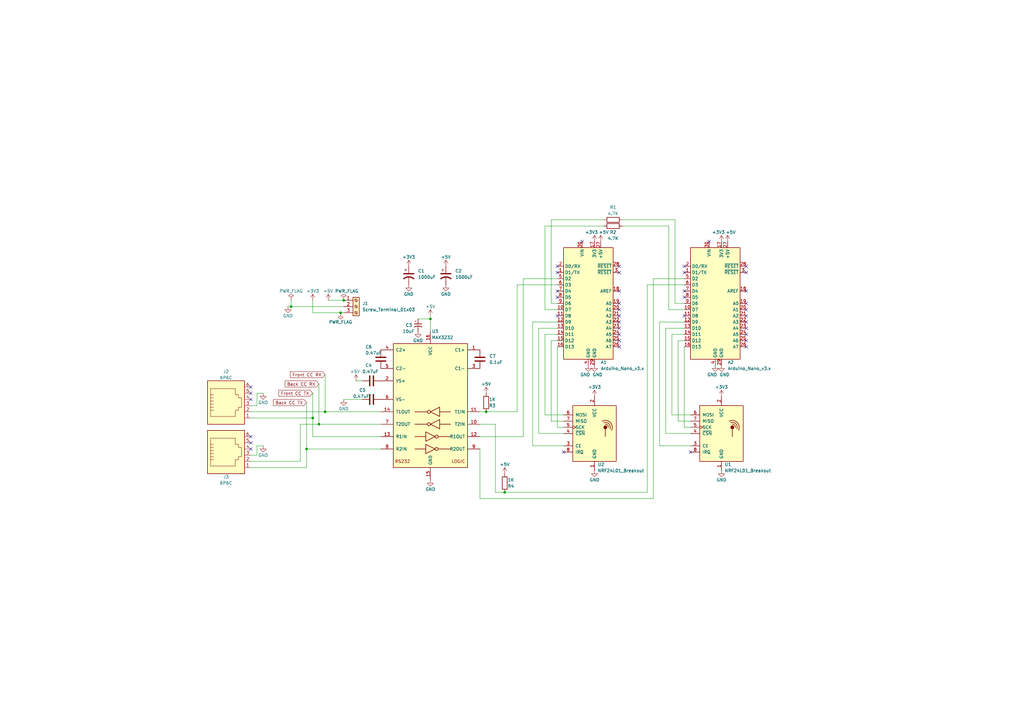
<source format=kicad_sch>
(kicad_sch (version 20211123) (generator eeschema)
  (paper "A3")
  (title_block (rev "1.1"))
  (lib_symbols
    (symbol "Connector:6P6C" (pin_names (offset 1.016))
      (property "Reference" "J" (at -5.08 11.43 0))
      (property "Value" "6P6C" (at 2.54 11.43 0))
      (symbol "6P6C_0_1"
        (polyline (pts (xy -6.35 -1.905) (xy -5.08 -1.905) (xy -5.08 -1.905)))
        (polyline (pts (xy -6.35 -0.635) (xy -5.08 -0.635) (xy -5.08 -0.635)))
        (polyline (pts (xy -6.35 0.635) (xy -5.08 0.635) (xy -5.08 0.635)))
        (polyline (pts (xy -6.35 1.905) (xy -5.08 1.905) (xy -5.08 1.905)))
        (polyline (pts (xy -6.35 3.175) (xy -5.08 3.175) (xy -5.08 3.175)))
        (polyline (pts (xy -5.08 4.445) (xy -6.35 4.445) (xy -6.35 4.445)))
        (polyline (pts (xy -6.35 -4.445) (xy -6.35 6.985) (xy 3.81 6.985) (xy 3.81 4.445) (xy 5.08 4.445) (xy 5.08 3.175) (xy 6.35 3.175) (xy 6.35 -0.635) (xy 5.08 -0.635) (xy 5.08 -1.905) (xy 3.81 -1.905) (xy 3.81 -4.445) (xy -6.35 -4.445) (xy -6.35 -4.445)))
        (rectangle (start 7.62 10.16) (end -7.62 -7.62) (stroke (width 0.254)) (fill (type background)))
      )
      (symbol "6P6C_1_1"
        (pin passive line (at 10.16 -5.08 180) (length 2.54) (name "~") (number "1"))
        (pin passive line (at 10.16 -2.54 180) (length 2.54) (name "~") (number "2"))
        (pin passive line (at 10.16 0 180) (length 2.54) (name "~") (number "3"))
        (pin passive line (at 10.16 2.54 180) (length 2.54) (name "~") (number "4"))
        (pin passive line (at 10.16 5.08 180) (length 2.54) (name "~") (number "5"))
        (pin passive line (at 10.16 7.62 180) (length 2.54) (name "~") (number "6"))
      )
    )
    (symbol "Connector:Screw_Terminal_01x03" (pin_names (offset 1.016) hide)
      (property "Reference" "J" (at 0 5.08 0))
      (property "Value" "Screw_Terminal_01x03" (at 0 -5.08 0))
      (symbol "Screw_Terminal_01x03_1_1"
        (rectangle (start -1.27 3.81) (end 1.27 -3.81) (stroke (width 0.254)) (fill (type background)))
        (circle (center 0 -2.54) (radius 0.635) (stroke (width 0.1524)))
        (polyline (pts (xy -0.5334 -2.2098) (xy 0.3302 -3.048)) (stroke (width 0.1524)))
        (polyline (pts (xy -0.5334 0.3302) (xy 0.3302 -0.508)) (stroke (width 0.1524)))
        (polyline (pts (xy -0.5334 2.8702) (xy 0.3302 2.032)) (stroke (width 0.1524)))
        (polyline (pts (xy -0.3556 -2.032) (xy 0.508 -2.8702)) (stroke (width 0.1524)))
        (polyline (pts (xy -0.3556 0.508) (xy 0.508 -0.3302)) (stroke (width 0.1524)))
        (polyline (pts (xy -0.3556 3.048) (xy 0.508 2.2098)) (stroke (width 0.1524)))
        (circle (center 0 0) (radius 0.635) (stroke (width 0.1524)))
        (circle (center 0 2.54) (radius 0.635) (stroke (width 0.1524)))
        (pin passive line (at -5.08 2.54 0) (length 3.81) (name "Pin_1") (number "1"))
        (pin passive line (at -5.08 0 0) (length 3.81) (name "Pin_2") (number "2"))
        (pin passive line (at -5.08 -2.54 0) (length 3.81) (name "Pin_3") (number "3"))
      )
    )
    (symbol "Device:C" (pin_numbers hide) (pin_names (offset 0.254))
      (property "Reference" "C" (at 0.635 2.54 0))
      (property "Value" "C" (at 0.635 -2.54 0))
      (symbol "C_0_1"
        (polyline (pts (xy -2.032 -0.762) (xy 2.032 -0.762)) (stroke (width 0.508)))
        (polyline (pts (xy -2.032 0.762) (xy 2.032 0.762)) (stroke (width 0.508)))
      )
      (symbol "C_1_1"
        (pin passive line (at 0 3.81 270) (length 2.794) (name "~") (number "1"))
        (pin passive line (at 0 -3.81 90) (length 2.794) (name "~") (number "2"))
      )
    )
    (symbol "Device:C_Polarized_Small_US" (pin_numbers hide) (pin_names (offset 0.254) hide)
      (property "Reference" "C" (at 0.254 1.778 0))
      (property "Value" "C_Polarized_Small_US" (at 0.254 -2.032 0))
      (symbol "C_Polarized_Small_US_0_1"
        (polyline (pts (xy -1.524 0.508) (xy 1.524 0.508)) (stroke (width 0.3048)))
        (polyline (pts (xy -1.27 1.524) (xy -0.762 1.524)))
        (polyline (pts (xy -1.016 1.27) (xy -1.016 1.778)))
        (arc (start 1.524 -0.762) (mid 0 -0.3734) (end -1.524 -0.762) (stroke (width 0.3048)))
      )
      (symbol "C_Polarized_Small_US_1_1"
        (pin passive line (at 0 2.54 270) (length 2.032) (name "~") (number "1"))
        (pin passive line (at 0 -2.54 90) (length 2.032) (name "~") (number "2"))
      )
    )
    (symbol "Device:C_Polarized_US" (pin_numbers hide) (pin_names (offset 0.254) hide)
      (property "Reference" "C" (at 0.635 2.54 0))
      (property "Value" "C_Polarized_US" (at 0.635 -2.54 0))
      (symbol "C_Polarized_US_0_1"
        (polyline (pts (xy -2.032 0.762) (xy 2.032 0.762)) (stroke (width 0.508)))
        (polyline (pts (xy -1.778 2.286) (xy -0.762 2.286)))
        (polyline (pts (xy -1.27 1.778) (xy -1.27 2.794)))
        (arc (start 2.032 -1.27) (mid 0 -0.5572) (end -2.032 -1.27) (stroke (width 0.508)))
      )
      (symbol "C_Polarized_US_1_1"
        (pin passive line (at 0 3.81 270) (length 2.794) (name "~") (number "1"))
        (pin passive line (at 0 -3.81 90) (length 3.302) (name "~") (number "2"))
      )
    )
    (symbol "Device:R" (pin_numbers hide) (pin_names (offset 0))
      (property "Reference" "R" (at 2.032 0 90))
      (property "Value" "R" (at 0 0 90))
      (symbol "R_0_1"
        (rectangle (start -1.016 -2.54) (end 1.016 2.54) (stroke (width 0.254)))
      )
      (symbol "R_1_1"
        (pin passive line (at 0 3.81 270) (length 1.27) (name "~") (number "1"))
        (pin passive line (at 0 -3.81 90) (length 1.27) (name "~") (number "2"))
      )
    )
    (symbol "Interface_UART:MAX3232" (pin_names (offset 1.016))
      (property "Reference" "U" (at -2.54 28.575 0))
      (property "Value" "MAX3232" (at -2.54 26.67 0))
      (symbol "MAX3232_0_0"
        (text "LOGIC" (at -11.43 -22.86 0) (effects (font (size 1.27 1.27))))
        (text "RS232" (at 11.43 -22.86 0) (effects (font (size 1.27 1.27))))
      )
      (symbol "MAX3232_0_1"
        (rectangle (start -15.24 -25.4) (end 15.24 25.4) (stroke (width 0.254)) (fill (type background)))
        (circle (center -2.54 -17.78) (radius 0.635) (stroke (width 0.254)))
        (circle (center -2.54 -12.7) (radius 0.635) (stroke (width 0.254)))
        (polyline (pts (xy -3.81 -7.62) (xy -8.255 -7.62)) (stroke (width 0.254)))
        (polyline (pts (xy -3.81 -2.54) (xy -8.255 -2.54)) (stroke (width 0.254)))
        (polyline (pts (xy -3.175 -17.78) (xy -8.255 -17.78)) (stroke (width 0.254)))
        (polyline (pts (xy -3.175 -12.7) (xy -8.255 -12.7)) (stroke (width 0.254)))
        (polyline (pts (xy 1.27 -7.62) (xy 6.35 -7.62)) (stroke (width 0.254)))
        (polyline (pts (xy 1.27 -2.54) (xy 6.35 -2.54)) (stroke (width 0.254)))
        (polyline (pts (xy 1.905 -17.78) (xy 6.35 -17.78)) (stroke (width 0.254)))
        (polyline (pts (xy 1.905 -12.7) (xy 6.35 -12.7)) (stroke (width 0.254)))
        (polyline (pts (xy -3.81 -5.715) (xy -3.81 -9.525) (xy 0 -7.62) (xy -3.81 -5.715)) (stroke (width 0.254)))
        (polyline (pts (xy -3.81 -0.635) (xy -3.81 -4.445) (xy 0 -2.54) (xy -3.81 -0.635)) (stroke (width 0.254)))
        (polyline (pts (xy 1.905 -15.875) (xy 1.905 -19.685) (xy -1.905 -17.78) (xy 1.905 -15.875)) (stroke (width 0.254)))
        (polyline (pts (xy 1.905 -10.795) (xy 1.905 -14.605) (xy -1.905 -12.7) (xy 1.905 -10.795)) (stroke (width 0.254)))
        (circle (center 0.635 -7.62) (radius 0.635) (stroke (width 0.254)))
        (circle (center 0.635 -2.54) (radius 0.635) (stroke (width 0.254)))
      )
      (symbol "MAX3232_1_1"
        (pin passive line (at -20.32 22.86 0) (length 5.08) (name "C1+") (number "1"))
        (pin input line (at -20.32 -7.62 0) (length 5.08) (name "T2IN") (number "10"))
        (pin input line (at -20.32 -2.54 0) (length 5.08) (name "T1IN") (number "11"))
        (pin output line (at -20.32 -12.7 0) (length 5.08) (name "R1OUT") (number "12"))
        (pin input line (at 20.32 -12.7 180) (length 5.08) (name "R1IN") (number "13"))
        (pin output line (at 20.32 -2.54 180) (length 5.08) (name "T1OUT") (number "14"))
        (pin power_in line (at 0 -30.48 90) (length 5.08) (name "GND") (number "15"))
        (pin power_in line (at 0 30.48 270) (length 5.08) (name "VCC") (number "16"))
        (pin power_out line (at 20.32 10.16 180) (length 5.08) (name "VS+") (number "2"))
        (pin passive line (at -20.32 15.24 0) (length 5.08) (name "C1-") (number "3"))
        (pin passive line (at 20.32 22.86 180) (length 5.08) (name "C2+") (number "4"))
        (pin passive line (at 20.32 15.24 180) (length 5.08) (name "C2-") (number "5"))
        (pin power_out line (at 20.32 2.54 180) (length 5.08) (name "VS-") (number "6"))
        (pin output line (at 20.32 -7.62 180) (length 5.08) (name "T2OUT") (number "7"))
        (pin input line (at 20.32 -17.78 180) (length 5.08) (name "R2IN") (number "8"))
        (pin output line (at -20.32 -17.78 0) (length 5.08) (name "R2OUT") (number "9"))
      )
    )
    (symbol "MCU_Module:Arduino_Nano_v3.x"
      (property "Reference" "A" (at -10.16 23.495 0))
      (property "Value" "Arduino_Nano_v3.x" (at 5.08 -24.13 0))
      (symbol "Arduino_Nano_v3.x_0_1"
        (rectangle (start -10.16 22.86) (end 10.16 -22.86) (stroke (width 0.254)) (fill (type background)))
      )
      (symbol "Arduino_Nano_v3.x_1_1"
        (pin bidirectional line (at -12.7 12.7 0) (length 2.54) (name "D1/TX") (number "1"))
        (pin bidirectional line (at -12.7 -2.54 0) (length 2.54) (name "D7") (number "10"))
        (pin bidirectional line (at -12.7 -5.08 0) (length 2.54) (name "D8") (number "11"))
        (pin bidirectional line (at -12.7 -7.62 0) (length 2.54) (name "D9") (number "12"))
        (pin bidirectional line (at -12.7 -10.16 0) (length 2.54) (name "D10") (number "13"))
        (pin bidirectional line (at -12.7 -12.7 0) (length 2.54) (name "D11") (number "14"))
        (pin bidirectional line (at -12.7 -15.24 0) (length 2.54) (name "D12") (number "15"))
        (pin bidirectional line (at -12.7 -17.78 0) (length 2.54) (name "D13") (number "16"))
        (pin power_out line (at 2.54 25.4 270) (length 2.54) (name "3V3") (number "17"))
        (pin input line (at 12.7 5.08 180) (length 2.54) (name "AREF") (number "18"))
        (pin bidirectional line (at 12.7 0 180) (length 2.54) (name "A0") (number "19"))
        (pin bidirectional line (at -12.7 15.24 0) (length 2.54) (name "D0/RX") (number "2"))
        (pin bidirectional line (at 12.7 -2.54 180) (length 2.54) (name "A1") (number "20"))
        (pin bidirectional line (at 12.7 -5.08 180) (length 2.54) (name "A2") (number "21"))
        (pin bidirectional line (at 12.7 -7.62 180) (length 2.54) (name "A3") (number "22"))
        (pin bidirectional line (at 12.7 -10.16 180) (length 2.54) (name "A4") (number "23"))
        (pin bidirectional line (at 12.7 -12.7 180) (length 2.54) (name "A5") (number "24"))
        (pin bidirectional line (at 12.7 -15.24 180) (length 2.54) (name "A6") (number "25"))
        (pin bidirectional line (at 12.7 -17.78 180) (length 2.54) (name "A7") (number "26"))
        (pin power_out line (at 5.08 25.4 270) (length 2.54) (name "+5V") (number "27"))
        (pin input line (at 12.7 15.24 180) (length 2.54) (name "~{RESET}") (number "28"))
        (pin power_in line (at 2.54 -25.4 90) (length 2.54) (name "GND") (number "29"))
        (pin input line (at 12.7 12.7 180) (length 2.54) (name "~{RESET}") (number "3"))
        (pin power_in line (at -2.54 25.4 270) (length 2.54) (name "VIN") (number "30"))
        (pin power_in line (at 0 -25.4 90) (length 2.54) (name "GND") (number "4"))
        (pin bidirectional line (at -12.7 10.16 0) (length 2.54) (name "D2") (number "5"))
        (pin bidirectional line (at -12.7 7.62 0) (length 2.54) (name "D3") (number "6"))
        (pin bidirectional line (at -12.7 5.08 0) (length 2.54) (name "D4") (number "7"))
        (pin bidirectional line (at -12.7 2.54 0) (length 2.54) (name "D5") (number "8"))
        (pin bidirectional line (at -12.7 0 0) (length 2.54) (name "D6") (number "9"))
      )
    )
    (symbol "RF:NRF24L01_Breakout" (pin_names (offset 1.016))
      (property "Reference" "U" (at -8.89 12.7 0))
      (property "Value" "NRF24L01_Breakout" (at 3.81 12.7 0))
      (symbol "NRF24L01_Breakout_0_1"
        (rectangle (start -8.89 11.43) (end 8.89 -11.43) (stroke (width 0.254)) (fill (type background)))
        (polyline (pts (xy 4.445 1.905) (xy 4.445 -1.27)) (stroke (width 0.254)))
        (circle (center 4.445 2.54) (radius 0.635) (stroke (width 0.254)) (fill (type outline)))
        (arc (start 5.715 2.54) (mid 5.3559 3.4509) (end 4.445 3.81) (stroke (width 0.254)))
        (arc (start 6.35 1.905) (mid 5.8833 3.9783) (end 3.81 4.445) (stroke (width 0.254)))
        (arc (start 6.985 1.27) (mid 6.453 4.548) (end 3.175 5.08) (stroke (width 0.254)))
      )
      (symbol "NRF24L01_Breakout_1_1"
        (pin power_in line (at 0 -15.24 90) (length 3.81) (name "GND") (number "1"))
        (pin power_in line (at 0 15.24 270) (length 3.81) (name "VCC") (number "2"))
        (pin input line (at -12.7 -5.08 0) (length 3.81) (name "CE") (number "3"))
        (pin input line (at -12.7 0 0) (length 3.81) (name "~{CSN}") (number "4"))
        (pin input clock (at -12.7 2.54 0) (length 3.81) (name "SCK") (number "5"))
        (pin input line (at -12.7 7.62 0) (length 3.81) (name "MOSI") (number "6"))
        (pin output line (at -12.7 5.08 0) (length 3.81) (name "MISO") (number "7"))
        (pin output line (at -12.7 -7.62 0) (length 3.81) (name "IRQ") (number "8"))
      )
    )
    (symbol "power:+3.3V" (power) (pin_names (offset 0))
      (property "Value" "+3.3V" (at 0 3.556 0))
      (symbol "+3.3V_0_1"
        (polyline (pts (xy -0.762 1.27) (xy 0 2.54)))
        (polyline (pts (xy 0 0) (xy 0 2.54)))
        (polyline (pts (xy 0 2.54) (xy 0.762 1.27)))
      )
      (symbol "+3.3V_1_1"
        (pin power_in line (at 0 0 90) (length 0) hide (name "+3V3") (number "1"))
      )
    )
    (symbol "power:+5V" (power) (pin_names (offset 0))
      (property "Value" "+5V" (at 0 3.556 0))
      (symbol "+5V_0_1"
        (polyline (pts (xy -0.762 1.27) (xy 0 2.54)))
        (polyline (pts (xy 0 0) (xy 0 2.54)))
        (polyline (pts (xy 0 2.54) (xy 0.762 1.27)))
      )
      (symbol "+5V_1_1"
        (pin power_in line (at 0 0 90) (length 0) hide (name "+5V") (number "1"))
      )
    )
    (symbol "power:GND" (power) (pin_names (offset 0))
      (property "Value" "GND" (at 0 -3.81 0))
      (symbol "GND_0_1"
        (polyline (pts (xy 0 0) (xy 0 -1.27) (xy 1.27 -1.27) (xy 0 -2.54) (xy -1.27 -1.27) (xy 0 -1.27)))
      )
      (symbol "GND_1_1"
        (pin power_in line (at 0 0 270) (length 0) hide (name "GND") (number "1"))
      )
    )
    (symbol "power:PWR_FLAG" (power) (pin_numbers hide) (pin_names (offset 0) hide)
      (property "Value" "PWR_FLAG" (at 0 3.81 0))
      (symbol "PWR_FLAG_0_0"
        (pin power_out line (at 0 0 90) (length 0) (name "pwr") (number "1"))
      )
      (symbol "PWR_FLAG_0_1"
        (polyline (pts (xy 0 0) (xy 0 1.27) (xy -1.016 1.905) (xy 0 2.54) (xy 1.016 1.905) (xy 0 1.27)))
      )
    )
  )
  (junction (at 207.01 201.93))
  (junction (at 139.7 128.27))
  (junction (at 125.73 184.15))
  (junction (at 176.53 130.81))
  (junction (at 199.39 168.91))
  (junction (at 133.35 168.91))
  (junction (at 119.38 125.73))
  (junction (at 128.27 171.45))
  (junction (at 140.97 123.19))
  (junction (at 130.81 173.99))
  (no_connect (at 238.76 99.06))
  (no_connect (at 231.14 185.42))
  (no_connect (at 283.21 185.42))
  (no_connect (at 102.87 158.75))
  (no_connect (at 102.87 163.83))
  (no_connect (at 102.87 161.29))
  (no_connect (at 102.87 184.15))
  (no_connect (at 102.87 179.07))
  (no_connect (at 102.87 181.61))
  (no_connect (at 290.83 99.06))
  (no_connect (at 254 142.24))
  (no_connect (at 254 137.16))
  (no_connect (at 254 139.7))
  (no_connect (at 228.6 129.54))
  (no_connect (at 280.67 109.22))
  (no_connect (at 306.07 134.62))
  (no_connect (at 306.07 142.24))
  (no_connect (at 306.07 139.7))
  (no_connect (at 306.07 137.16))
  (no_connect (at 306.07 132.08))
  (no_connect (at 306.07 129.54))
  (no_connect (at 306.07 127))
  (no_connect (at 306.07 124.46))
  (no_connect (at 306.07 119.38))
  (no_connect (at 306.07 109.22))
  (no_connect (at 306.07 111.76))
  (no_connect (at 280.67 111.76))
  (no_connect (at 280.67 119.38))
  (no_connect (at 280.67 121.92))
  (no_connect (at 280.67 129.54))
  (no_connect (at 228.6 119.38))
  (no_connect (at 228.6 121.92))
  (no_connect (at 228.6 111.76))
  (no_connect (at 228.6 109.22))
  (no_connect (at 254 132.08))
  (no_connect (at 254 134.62))
  (no_connect (at 254 127))
  (no_connect (at 254 129.54))
  (no_connect (at 254 119.38))
  (no_connect (at 254 124.46))
  (no_connect (at 254 109.22))
  (no_connect (at 254 111.76))
  (wire (pts (xy 223.52 92.71) (xy 223.52 127)))
  (wire (pts (xy 214.63 114.3) (xy 214.63 179.07)))
  (wire (pts (xy 275.59 137.16) (xy 280.67 137.16)))
  (wire (pts (xy 128.27 128.27) (xy 139.7 128.27)))
  (wire (pts (xy 207.01 201.93) (xy 265.43 201.93)))
  (wire (pts (xy 270.51 132.08) (xy 270.51 182.88)))
  (wire (pts (xy 123.19 173.99) (xy 130.81 173.99)))
  (wire (pts (xy 247.65 90.17) (xy 226.06 90.17)))
  (wire (pts (xy 223.52 170.18) (xy 223.52 137.16)))
  (wire (pts (xy 280.67 124.46) (xy 276.86 124.46)))
  (wire (pts (xy 276.86 124.46) (xy 276.86 90.17)))
  (wire (pts (xy 102.87 171.45) (xy 128.27 171.45)))
  (wire (pts (xy 280.67 132.08) (xy 270.51 132.08)))
  (wire (pts (xy 231.14 170.18) (xy 223.52 170.18)))
  (wire (pts (xy 220.98 177.8) (xy 231.14 177.8)))
  (wire (pts (xy 102.87 166.37) (xy 105.41 166.37)))
  (wire (pts (xy 102.87 186.69) (xy 105.41 186.69)))
  (wire (pts (xy 119.38 125.73) (xy 140.97 125.73)))
  (wire (pts (xy 275.59 170.18) (xy 275.59 137.16)))
  (wire (pts (xy 212.09 116.84) (xy 228.6 116.84)))
  (wire (pts (xy 130.81 173.99) (xy 156.21 173.99)))
  (wire (pts (xy 196.85 173.99) (xy 203.2 173.99)))
  (wire (pts (xy 267.97 114.3) (xy 280.67 114.3)))
  (wire (pts (xy 102.87 168.91) (xy 133.35 168.91)))
  (wire (pts (xy 270.51 182.88) (xy 283.21 182.88)))
  (wire (pts (xy 226.06 124.46) (xy 228.6 124.46)))
  (wire (pts (xy 176.53 130.81) (xy 176.53 135.89)))
  (wire (pts (xy 212.09 168.91) (xy 199.39 168.91)))
  (wire (pts (xy 128.27 161.29) (xy 128.27 171.45)))
  (wire (pts (xy 118.11 125.73) (xy 119.38 125.73)))
  (wire (pts (xy 218.44 182.88) (xy 231.14 182.88)))
  (wire (pts (xy 146.05 156.21) (xy 148.59 156.21)))
  (wire (pts (xy 273.05 134.62) (xy 273.05 177.8)))
  (wire (pts (xy 128.27 179.07) (xy 156.21 179.07)))
  (wire (pts (xy 218.44 132.08) (xy 218.44 182.88)))
  (wire (pts (xy 274.32 92.71) (xy 255.27 92.71)))
  (wire (pts (xy 228.6 142.24) (xy 228.6 175.26)))
  (wire (pts (xy 105.41 182.88) (xy 107.95 182.88)))
  (wire (pts (xy 105.41 161.29) (xy 107.95 161.29)))
  (wire (pts (xy 125.73 191.77) (xy 125.73 184.15)))
  (wire (pts (xy 212.09 116.84) (xy 212.09 168.91)))
  (wire (pts (xy 133.35 168.91) (xy 156.21 168.91)))
  (wire (pts (xy 214.63 179.07) (xy 196.85 179.07)))
  (wire (pts (xy 278.13 172.72) (xy 278.13 139.7)))
  (wire (pts (xy 280.67 134.62) (xy 273.05 134.62)))
  (wire (pts (xy 171.45 130.81) (xy 176.53 130.81)))
  (wire (pts (xy 203.2 173.99) (xy 203.2 201.93)))
  (wire (pts (xy 203.2 201.93) (xy 207.01 201.93)))
  (wire (pts (xy 123.19 189.23) (xy 123.19 173.99)))
  (wire (pts (xy 231.14 175.26) (xy 228.6 175.26)))
  (wire (pts (xy 128.27 171.45) (xy 128.27 179.07)))
  (wire (pts (xy 220.98 134.62) (xy 220.98 177.8)))
  (wire (pts (xy 228.6 134.62) (xy 220.98 134.62)))
  (wire (pts (xy 280.67 127) (xy 274.32 127)))
  (wire (pts (xy 102.87 191.77) (xy 125.73 191.77)))
  (wire (pts (xy 276.86 90.17) (xy 255.27 90.17)))
  (wire (pts (xy 226.06 172.72) (xy 226.06 139.7)))
  (wire (pts (xy 226.06 90.17) (xy 226.06 124.46)))
  (wire (pts (xy 267.97 114.3) (xy 267.97 204.47)))
  (wire (pts (xy 102.87 189.23) (xy 123.19 189.23)))
  (wire (pts (xy 265.43 116.84) (xy 265.43 201.93)))
  (wire (pts (xy 119.38 123.19) (xy 119.38 125.73)))
  (wire (pts (xy 226.06 139.7) (xy 228.6 139.7)))
  (wire (pts (xy 283.21 172.72) (xy 278.13 172.72)))
  (wire (pts (xy 280.67 142.24) (xy 280.67 175.26)))
  (wire (pts (xy 228.6 132.08) (xy 218.44 132.08)))
  (wire (pts (xy 128.27 128.27) (xy 128.27 123.19)))
  (wire (pts (xy 176.53 129.54) (xy 176.53 130.81)))
  (wire (pts (xy 105.41 166.37) (xy 105.41 161.29)))
  (wire (pts (xy 140.97 163.83) (xy 148.59 163.83)))
  (wire (pts (xy 196.85 204.47) (xy 196.85 184.15)))
  (wire (pts (xy 125.73 184.15) (xy 156.21 184.15)))
  (wire (pts (xy 223.52 137.16) (xy 228.6 137.16)))
  (wire (pts (xy 283.21 175.26) (xy 280.67 175.26)))
  (wire (pts (xy 196.85 204.47) (xy 267.97 204.47)))
  (wire (pts (xy 274.32 127) (xy 274.32 92.71)))
  (wire (pts (xy 283.21 170.18) (xy 275.59 170.18)))
  (wire (pts (xy 125.73 165.1) (xy 125.73 184.15)))
  (wire (pts (xy 105.41 186.69) (xy 105.41 182.88)))
  (wire (pts (xy 214.63 114.3) (xy 228.6 114.3)))
  (wire (pts (xy 139.7 128.27) (xy 140.97 128.27)))
  (wire (pts (xy 133.35 153.67) (xy 133.35 168.91)))
  (wire (pts (xy 223.52 127) (xy 228.6 127)))
  (wire (pts (xy 130.81 157.48) (xy 130.81 173.99)))
  (wire (pts (xy 247.65 92.71) (xy 223.52 92.71)))
  (wire (pts (xy 278.13 139.7) (xy 280.67 139.7)))
  (wire (pts (xy 265.43 116.84) (xy 280.67 116.84)))
  (wire (pts (xy 134.62 123.19) (xy 140.97 123.19)))
  (wire (pts (xy 196.85 168.91) (xy 199.39 168.91)))
  (wire (pts (xy 231.14 172.72) (xy 226.06 172.72)))
  (wire (pts (xy 273.05 177.8) (xy 283.21 177.8)))
  (global_label "Front CC TX" (shape input) (at 128.27 161.29 180) (property "Intersheet References" "${INTERSHEET_REFS}" (effects hide)))
  (global_label "Back CC TX" (shape input) (at 125.73 165.1 180) (property "Intersheet References" "${INTERSHEET_REFS}" (effects hide)))
  (global_label "Front CC RX" (shape input) (at 133.35 153.67 180) (property "Intersheet References" "${INTERSHEET_REFS}" (effects hide)))
  (global_label "Back CC RX" (shape input) (at 130.81 157.48 180) (property "Intersheet References" "${INTERSHEET_REFS}" (effects hide)))
  (symbol (lib_id "power:+5V") (at 246.38 99.06 0) (unit 1)
    (property "Reference" "#PWR0108" (effects hide))
    (property "Value" "+5V" (at 247.65 95.25 0))
  )
  (symbol (lib_id "MCU_Module:Arduino_Nano_v3.x") (at 293.37 124.46 0) (unit 1)
    (property "Reference" "A2" (at 298.45 148.59 0) (effects (justify left)))
    (property "Value" "Arduino_Nano_v3.x" (at 298.45 151.13 0) (effects (justify left)))
    (property "Footprint" "Module:Arduino_Nano" (effects hide))
    (property "Datasheet" "http://www.mouser.com/pdfdocs/Gravitech_Arduino_Nano3_0.pdf" (effects hide))
  )
  (symbol (lib_id "power:GND") (at 293.37 149.86 0) (unit 1)
    (property "Reference" "#PWR0110" (effects hide))
    (property "Value" "GND" (at 292.1 153.67 0))
  )
  (symbol (lib_id "power:+5V") (at 146.05 156.21 0) (unit 1)
    (property "Reference" "#PWR020" (effects hide))
    (property "Value" "+5V" (at 143.51 152.4 0) (effects (justify left)))
  )
  (symbol (lib_id "power:+5V") (at 134.62 123.19 0) (unit 1)
    (property "Reference" "#PWR06" (effects hide))
    (property "Value" "+5V" (at 134.62 119.38 0))
  )
  (symbol (lib_id "power:+5V") (at 182.88 109.22 0) (unit 1)
    (property "Reference" "#PWR09" (effects hide))
    (property "Value" "+5V" (at 182.88 105.41 0))
  )
  (symbol (lib_id "power:GND") (at 295.91 149.86 0) (unit 1)
    (property "Reference" "#PWR0105" (effects hide))
    (property "Value" "GND" (at 297.18 153.67 0))
  )
  (symbol (lib_id "power:+5V") (at 176.53 129.54 0) (unit 1)
    (property "Reference" "#PWR013" (effects hide))
    (property "Value" "+5V" (at 176.53 125.73 0))
  )
  (symbol (lib_id "Device:C_Polarized_Small_US") (at 171.45 133.35 0) (unit 1)
    (property "Reference" "C3" (at 166.37 133.35 0) (effects (justify left)))
    (property "Value" "10uF" (at 165.1 135.89 0) (effects (justify left)))
    (property "Footprint" "Capacitor_THT:CP_Radial_D6.3mm_P2.50mm" (effects hide))
  )
  (symbol (lib_id "power:+3.3V") (at 295.91 162.56 0) (unit 1)
    (property "Reference" "#PWR0109" (effects hide))
    (property "Value" "+3.3V" (at 295.91 158.75 0))
  )
  (symbol (lib_id "Device:C") (at 152.4 163.83 270) (unit 1)
    (property "Reference" "C5" (at 147.32 160.02 90) (effects (justify left)))
    (property "Value" "0.47uF" (at 144.78 162.56 90) (effects (justify left)))
    (property "Footprint" "Capacitor_THT:C_Disc_D4.7mm_W2.5mm_P5.00mm" (effects hide))
  )
  (symbol (lib_id "power:GND") (at 241.3 149.86 0) (unit 1)
    (property "Reference" "#PWR0111" (effects hide))
    (property "Value" "GND" (at 240.03 153.67 0))
  )
  (symbol (lib_id "power:PWR_FLAG") (at 139.7 128.27 0) (mirror x) (unit 1)
    (property "Reference" "#FLG0101" (effects hide))
    (property "Value" "PWR_FLAG" (at 139.7 132.08 0))
  )
  (symbol (lib_id "Interface_UART:MAX3232") (at 176.53 166.37 0) (mirror y) (unit 1)
    (property "Reference" "U3" (at 177.0506 135.89 0) (effects (justify right)))
    (property "Value" "MAX3232" (at 177.0506 138.43 0) (effects (justify right)))
    (property "Footprint" "Package_DIP:DIP-16_W7.62mm" (effects hide))
    (property "Datasheet" "https://datasheets.maximintegrated.com/en/ds/MAX3222-MAX3241.pdf" (effects hide))
  )
  (symbol (lib_id "MCU_Module:Arduino_Nano_v3.x") (at 241.3 124.46 0) (unit 1)
    (property "Reference" "A1" (at 246.38 148.59 0) (effects (justify left)))
    (property "Value" "Arduino_Nano_v3.x" (at 246.38 151.13 0) (effects (justify left)))
    (property "Footprint" "Module:Arduino_Nano" (effects hide))
    (property "Datasheet" "http://www.mouser.com/pdfdocs/Gravitech_Arduino_Nano3_0.pdf" (effects hide))
  )
  (symbol (lib_id "Device:C") (at 196.85 147.32 0) (unit 1)
    (property "Reference" "C7" (at 200.66 146.0499 0) (effects (justify left)))
    (property "Value" "0.1uF" (at 200.66 148.5899 0) (effects (justify left)))
    (property "Footprint" "Capacitor_THT:C_Disc_D5.0mm_W2.5mm_P2.50mm" (effects hide))
  )
  (symbol (lib_id "power:GND") (at 107.95 161.29 0) (unit 1)
    (property "Reference" "#PWR01" (effects hide))
    (property "Value" "GND" (at 107.95 165.1 0))
  )
  (symbol (lib_id "Connector:6P6C") (at 92.71 186.69 0) (unit 1)
    (property "Reference" "J3" (at 92.71 195.58 0))
    (property "Value" "6P6C" (at 92.71 198.12 0))
    (property "Footprint" "Connector_RJ:RJ12_Amphenol_54601" (effects hide))
  )
  (symbol (lib_id "power:+3.3V") (at 128.27 123.19 0) (unit 1)
    (property "Reference" "#PWR05" (effects hide))
    (property "Value" "+3.3V" (at 128.27 119.38 0))
  )
  (symbol (lib_id "power:PWR_FLAG") (at 140.97 123.19 0) (unit 1)
    (property "Reference" "#FLG0102" (effects hide))
    (property "Value" "PWR_FLAG" (at 142.24 119.38 0))
  )
  (symbol (lib_id "power:+3.3V") (at 167.64 109.22 0) (unit 1)
    (property "Reference" "#PWR07" (effects hide))
    (property "Value" "+3.3V" (at 167.64 105.41 0))
  )
  (symbol (lib_id "Device:C_Polarized_US") (at 182.88 113.03 0) (unit 1)
    (property "Reference" "C2" (at 186.69 111.1249 0) (effects (justify left)))
    (property "Value" "1000uF" (at 186.69 113.6649 0) (effects (justify left)))
    (property "Footprint" "Capacitor_THT:CP_Radial_D12.5mm_P5.00mm" (effects hide))
  )
  (symbol (lib_id "power:GND") (at 140.97 163.83 0) (unit 1)
    (property "Reference" "#PWR021" (effects hide))
    (property "Value" "GND" (at 140.97 167.64 0))
  )
  (symbol (lib_id "power:+5V") (at 298.45 99.06 0) (unit 1)
    (property "Reference" "#PWR0107" (effects hide))
    (property "Value" "+5V" (at 299.72 95.25 0))
  )
  (symbol (lib_id "Device:R") (at 207.01 198.12 0) (unit 1)
    (property "Reference" "R4" (at 209.55 199.39 0))
    (property "Value" "1K" (at 209.55 196.85 0))
    (property "Footprint" "Resistor_THT:R_Axial_DIN0309_L9.0mm_D3.2mm_P12.70mm_Horizontal" (effects hide))
  )
  (symbol (lib_id "power:GND") (at 118.11 125.73 0) (unit 1)
    (property "Reference" "#PWR03" (effects hide))
    (property "Value" "GND" (at 118.11 129.54 0))
  )
  (symbol (lib_id "Device:C") (at 152.4 156.21 270) (unit 1)
    (property "Reference" "C4" (at 149.86 149.86 90) (effects (justify left)))
    (property "Value" "0.47uF" (at 148.59 152.4 90) (effects (justify left)))
    (property "Footprint" "Capacitor_THT:C_Disc_D4.7mm_W2.5mm_P5.00mm" (effects hide))
  )
  (symbol (lib_id "Connector:6P6C") (at 92.71 166.37 0) (unit 1)
    (property "Reference" "J2" (at 92.71 152.4 0))
    (property "Value" "6P6C" (at 92.71 154.94 0))
    (property "Footprint" "Connector_RJ:RJ12_Amphenol_54601" (effects hide))
  )
  (symbol (lib_id "power:+3.3V") (at 243.84 99.06 0) (unit 1)
    (property "Reference" "#PWR0101" (effects hide))
    (property "Value" "+3.3V" (at 242.57 95.25 0))
  )
  (symbol (lib_id "Device:R") (at 251.46 92.71 270) (unit 1)
    (property "Reference" "R2" (at 251.46 95.25 90))
    (property "Value" "4.7K" (at 251.46 97.79 90))
    (property "Footprint" "Resistor_THT:R_Axial_DIN0309_L9.0mm_D3.2mm_P12.70mm_Horizontal" (effects hide))
  )
  (symbol (lib_id "Device:C_Polarized_US") (at 167.64 113.03 0) (unit 1)
    (property "Reference" "C1" (at 171.45 111.1249 0) (effects (justify left)))
    (property "Value" "1000uF" (at 171.45 113.6649 0) (effects (justify left)))
    (property "Footprint" "Capacitor_THT:CP_Radial_D12.5mm_P5.00mm" (effects hide))
  )
  (symbol (lib_id "power:GND") (at 295.91 193.04 0) (unit 1)
    (property "Reference" "#PWR0103" (effects hide))
    (property "Value" "GND" (at 295.91 196.85 0))
  )
  (symbol (lib_id "power:+3.3V") (at 295.91 99.06 0) (unit 1)
    (property "Reference" "#PWR0106" (effects hide))
    (property "Value" "+3.3V" (at 294.64 95.25 0))
  )
  (symbol (lib_id "power:GND") (at 243.84 149.86 0) (unit 1)
    (property "Reference" "#PWR02" (effects hide))
    (property "Value" "GND" (at 245.11 153.67 0))
  )
  (symbol (lib_id "power:GND") (at 167.64 116.84 0) (unit 1)
    (property "Reference" "#PWR08" (effects hide))
    (property "Value" "GND" (at 167.64 120.65 0))
  )
  (symbol (lib_id "power:+5V") (at 199.39 161.29 0) (unit 1)
    (property "Reference" "#PWR022" (effects hide))
    (property "Value" "+5V" (at 199.39 157.48 0))
  )
  (symbol (lib_id "RF:NRF24L01_Breakout") (at 295.91 177.8 0) (unit 1)
    (property "Reference" "U1" (at 297.18 190.5 0) (effects (justify left)))
    (property "Value" "NRF24L01_Breakout" (at 297.18 193.04 0) (effects (justify left)))
    (property "Footprint" "RF_Module:nRF24L01_Breakout" (effects hide))
    (property "Datasheet" "http://www.nordicsemi.com/eng/content/download/2730/34105/file/nRF24L01_Product_Specification_v2_0.pdf" (effects hide))
  )
  (symbol (lib_id "power:GND") (at 171.45 135.89 0) (unit 1)
    (property "Reference" "#PWR0112" (effects hide))
    (property "Value" "GND" (at 171.45 139.7 0))
  )
  (symbol (lib_id "power:GND") (at 107.95 182.88 0) (unit 1)
    (property "Reference" "#PWR04" (effects hide))
    (property "Value" "GND" (at 107.95 186.69 0))
  )
  (symbol (lib_id "Device:R") (at 251.46 90.17 270) (unit 1)
    (property "Reference" "R1" (at 251.46 85.09 90))
    (property "Value" "4.7K" (at 251.46 87.63 90))
    (property "Footprint" "Resistor_THT:R_Axial_DIN0309_L9.0mm_D3.2mm_P12.70mm_Horizontal" (effects hide))
  )
  (symbol (lib_id "Device:C") (at 156.21 147.32 0) (unit 1)
    (property "Reference" "C6" (at 149.86 142.24 0) (effects (justify left)))
    (property "Value" "0.47uF" (at 149.86 144.78 0) (effects (justify left)))
    (property "Footprint" "Capacitor_THT:C_Disc_D4.7mm_W2.5mm_P5.00mm" (effects hide))
  )
  (symbol (lib_id "RF:NRF24L01_Breakout") (at 243.84 177.8 0) (unit 1)
    (property "Reference" "U2" (at 245.11 190.5 0) (effects (justify left)))
    (property "Value" "NRF24L01_Breakout" (at 245.11 193.04 0) (effects (justify left)))
    (property "Footprint" "RF_Module:nRF24L01_Breakout" (effects hide))
    (property "Datasheet" "http://www.nordicsemi.com/eng/content/download/2730/34105/file/nRF24L01_Product_Specification_v2_0.pdf" (effects hide))
  )
  (symbol (lib_id "Device:R") (at 199.39 165.1 0) (unit 1)
    (property "Reference" "R3" (at 201.93 166.37 0))
    (property "Value" "1K" (at 201.93 163.83 0))
    (property "Footprint" "Resistor_THT:R_Axial_DIN0309_L9.0mm_D3.2mm_P12.70mm_Horizontal" (effects hide))
  )
  (symbol (lib_id "power:GND") (at 182.88 116.84 0) (unit 1)
    (property "Reference" "#PWR010" (effects hide))
    (property "Value" "GND" (at 182.88 120.65 0))
  )
  (symbol (lib_id "power:PWR_FLAG") (at 119.38 123.19 0) (unit 1)
    (property "Reference" "#FLG0103" (effects hide))
    (property "Value" "PWR_FLAG" (at 119.38 119.38 0))
  )
  (symbol (lib_id "power:+3.3V") (at 243.84 162.56 0) (unit 1)
    (property "Reference" "#PWR0102" (effects hide))
    (property "Value" "+3.3V" (at 243.84 158.75 0))
  )
  (symbol (lib_id "power:GND") (at 243.84 193.04 0) (unit 1)
    (property "Reference" "#PWR019" (effects hide))
    (property "Value" "GND" (at 243.84 196.85 0))
  )
  (symbol (lib_id "Connector:Screw_Terminal_01x03") (at 146.05 125.73 0) (unit 1)
    (property "Reference" "J1" (at 148.59 124.4599 0) (effects (justify left)))
    (property "Value" "Screw_Terminal_01x03" (at 148.59 126.9999 0) (effects (justify left)))
    (property "Footprint" "TerminalBlock_Phoenix:TerminalBlock_Phoenix_PT-1,5-3-3.5-H_1x03_P3.50mm_Horizontal" (effects hide))
  )
  (symbol (lib_id "power:GND") (at 176.53 196.85 0) (unit 1)
    (property "Reference" "#PWR014" (effects hide))
    (property "Value" "GND" (at 176.53 200.66 0))
  )
  (symbol (lib_id "power:+5V") (at 207.01 194.31 0) (unit 1)
    (property "Reference" "#PWR023" (effects hide))
    (property "Value" "+5V" (at 207.01 190.5 0))
  )
)
</source>
